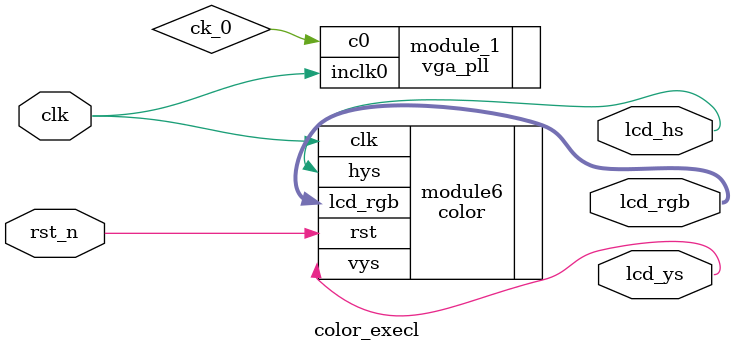
<source format=v>






module color_execl(

   input  clk ,
   input  rst_n ,
	output lcd_hs ,
	output lcd_ys ,
	output[15:0] lcd_rgb

);



//PLL模块例化

vga_pll		module_1(
     .inclk0 ( clk ),
     .c0(ck_0) 

	);

//驱动化模块

color  module6(
	
		.rst(rst_n) ,
		.clk(clk) ,
		.hys(lcd_hs) ,
		.vys(lcd_ys) ,
		.lcd_rgb(lcd_rgb)
);



endmodule 







</source>
